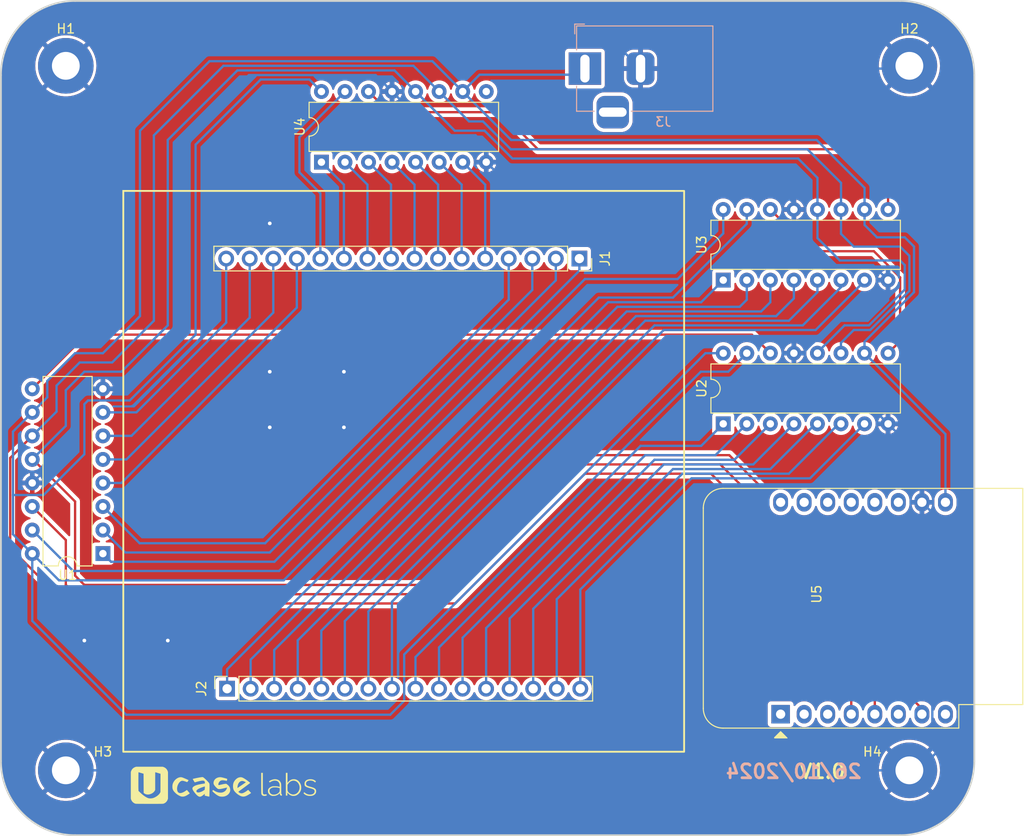
<source format=kicad_pcb>
(kicad_pcb (version 20240108) (generator "pcbnew") (generator_version "8.0")
  (layers (0 "F.Cu" signal) (31 "B.Cu" signal) (34 "B.Paste" user) (35 "F.Paste" user) (36 "B.SilkS" user "B.Silkscreen") (37 "F.SilkS" user "F.Silkscreen") (38 "B.Mask" user) (39 "F.Mask" user) (44 "Edge.Cuts" user))
  (net 0 "")
  (net 1 "Row_Pin 1")
  (net 2 "Row_Pin 2")
  (net 3 "Row_Pin 3")
  (net 4 "Row_Pin 4")
  (net 5 "B_Pin 8")
  (net 6 "B_Pin 7")
  (net 7 "B_Pin 6")
  (net 8 "CRGB_DataOUT_0")
  (net 9 "B_Pin 5")
  (net 10 "B_Pin 4")
  (net 11 "B_Pin 3")
  (net 12 "B_Pin 2")
  (net 13 "B_Pin 1")
  (net 14 "Row_Pin 5")
  (net 15 "Row_Pin 6")
  (net 16 "Row_Pin 7")
  (net 17 "Row_Pin 8")
  (net 18 "G_Pin 1")
  (net 19 "G_Pin 2")
  (net 20 "G_Pin 3")
  (net 21 "G_Pin 4")
  (net 22 "G_Pin 5")
  (net 23 "G_Pin 6")
  (net 24 "G_Pin 7")
  (net 25 "G_Pin 8")
  (net 26 "R_Pin 1")
  (net 27 "R_Pin 2")
  (net 28 "R_Pin 3")
  (net 29 "R_Pin 4")
  (net 31 "R_Pin 5")
  (net 32 "R_Pin 6")
  (net 33 "R_Pin 7")
  (net 34 "R_Pin 8")
  (net 35 "CRGB_ClockPin")
  (net 36 "CRGB_LatchPin")
  (net 37 "CRGB_DataIN")
  (net 38 "CRGB_DataOUT_1")
  (net 39 "CRGB_DataOUT_2")
  (net 40 "GND")
  (net 41 "VCC")
  (footprint "MountingHole:MountingHole_3mm_Pad_TopBottom" (layer "F.Cu") (at 113 22)
    (property "Reference" "H2" (at 0 -4 0) (layer "F.SilkS"))
    (property "Value" "MountingHole_Pad")
    (pad "1" thru_hole circle (at 0 0) (size 3.4 3.4) (drill 3) (layers "*.Cu" "*.Mask") (net 40 "GND"))
    (pad "1" connect circle (at 0 0) (size 6 6) (layers "F.Cu" "F.Mask") (net 40 "GND"))
    (pad "1" connect circle (at 0 0) (size 6 6) (layers "B.Cu" "B.Mask") (net 40 "GND"))
  )
  (footprint "MountingHole:MountingHole_3mm_Pad_TopBottom" (layer "F.Cu") (at 22 22)
    (property "Reference" "H1" (at 0 -4 0) (layer "F.SilkS"))
    (property "Value" "MountingHole_Pad")
    (pad "1" thru_hole circle (at 0 0) (size 3.4 3.4) (drill 3) (layers "*.Cu" "*.Mask") (net 40 "GND"))
    (pad "1" connect circle (at 0 0) (size 6 6) (layers "F.Cu" "F.Mask") (net 40 "GND"))
    (pad "1" connect circle (at 0 0) (size 6 6) (layers "B.Cu" "B.Mask") (net 40 "GND"))
  )
  (footprint "Module:WEMOS_D1_mini_light" (layer "F.Cu") (at 99.11 91.945 90)
    (property "Reference" "U5" (at 12.945 3.89 90) (layer "F.SilkS"))
    (property "Value" "WeMos_D1_mini")
    (pad "1" thru_hole rect (at 0 0 90) (size 2 2) (drill 1) (layers "*.Cu" "*.Mask"))
    (pad "2" thru_hole oval (at 0 2.54 90) (size 2 1.6) (drill 1) (layers "*.Cu" "*.Mask"))
    (pad "3" thru_hole oval (at 0 5.08 90) (size 2 1.6) (drill 1) (layers "*.Cu" "*.Mask"))
    (pad "4" thru_hole oval (at 0 7.62 90) (size 2 1.6) (drill 1) (layers "*.Cu" "*.Mask") (net 35 "CRGB_ClockPin"))
    (pad "5" thru_hole oval (at 0 10.16 90) (size 2 1.6) (drill 1) (layers "*.Cu" "*.Mask") (net 37 "CRGB_DataIN"))
    (pad "6" thru_hole oval (at 0 12.7 90) (size 2 1.6) (drill 1) (layers "*.Cu" "*.Mask"))
    (pad "7" thru_hole oval (at 0 15.24 90) (size 2 1.6) (drill 1) (layers "*.Cu" "*.Mask") (net 36 "CRGB_LatchPin"))
    (pad "8" thru_hole oval (at 0 17.78 90) (size 2 1.6) (drill 1) (layers "*.Cu" "*.Mask"))
    (pad "9" thru_hole oval (at 22.86 17.78 90) (size 2 1.6) (drill 1) (layers "*.Cu" "*.Mask") (net 41 "VCC"))
    (pad "10" thru_hole oval (at 22.86 15.24 90) (size 2 1.6) (drill 1) (layers "*.Cu" "*.Mask") (net 40 "GND"))
    (pad "11" thru_hole oval (at 22.86 12.7 90) (size 2 1.6) (drill 1) (layers "*.Cu" "*.Mask"))
    (pad "12" thru_hole oval (at 22.86 10.16 90) (size 2 1.6) (drill 1) (layers "*.Cu" "*.Mask"))
    (pad "13" thru_hole oval (at 22.86 7.62 90) (size 2 1.6) (drill 1) (layers "*.Cu" "*.Mask"))
    (pad "14" thru_hole oval (at 22.86 5.08 90) (size 2 1.6) (drill 1) (layers "*.Cu" "*.Mask"))
    (pad "15" thru_hole oval (at 22.86 2.54 90) (size 2 1.6) (drill 1) (layers "*.Cu" "*.Mask"))
    (pad "16" thru_hole oval (at 22.86 0 90) (size 2 1.6) (drill 1) (layers "*.Cu" "*.Mask"))
  )
  (footprint "Package_DIP:DIP-16_W7.62mm" (layer "F.Cu") (at 26 74.62 180)
    (property "Reference" "U1" (at 3.81 -2.33 0) (layer "F.SilkS"))
    (property "Value" "Cathode")
    (pad "1" thru_hole rect (at 0 0 180) (size 1.6 1.6) (drill 0.8) (layers "*.Cu" "*.Mask") (net 2 "Row_Pin 2"))
    (pad "2" thru_hole oval (at 0 2.54 180) (size 1.6 1.6) (drill 0.8) (layers "*.Cu" "*.Mask") (net 3 "Row_Pin 3"))
    (pad "3" thru_hole oval (at 0 5.08 180) (size 1.6 1.6) (drill 0.8) (layers "*.Cu" "*.Mask") (net 4 "Row_Pin 4"))
    (pad "4" thru_hole oval (at 0 7.62 180) (size 1.6 1.6) (drill 0.8) (layers "*.Cu" "*.Mask") (net 14 "Row_Pin 5"))
    (pad "5" thru_hole oval (at 0 10.16 180) (size 1.6 1.6) (drill 0.8) (layers "*.Cu" "*.Mask") (net 15 "Row_Pin 6"))
    (pad "6" thru_hole oval (at 0 12.7 180) (size 1.6 1.6) (drill 0.8) (layers "*.Cu" "*.Mask") (net 16 "Row_Pin 7"))
    (pad "7" thru_hole oval (at 0 15.24 180) (size 1.6 1.6) (drill 0.8) (layers "*.Cu" "*.Mask") (net 17 "Row_Pin 8"))
    (pad "8" thru_hole oval (at 0 17.78 180) (size 1.6 1.6) (drill 0.8) (layers "*.Cu" "*.Mask") (net 40 "GND"))
    (pad "9" thru_hole oval (at 7.62 17.78 180) (size 1.6 1.6) (drill 0.8) (layers "*.Cu" "*.Mask") (net 8 "CRGB_DataOUT_0"))
    (pad "10" thru_hole oval (at 7.62 15.24 180) (size 1.6 1.6) (drill 0.8) (layers "*.Cu" "*.Mask") (net 41 "VCC"))
    (pad "11" thru_hole oval (at 7.62 12.7 180) (size 1.6 1.6) (drill 0.8) (layers "*.Cu" "*.Mask") (net 35 "CRGB_ClockPin"))
    (pad "12" thru_hole oval (at 7.62 10.16 180) (size 1.6 1.6) (drill 0.8) (layers "*.Cu" "*.Mask") (net 36 "CRGB_LatchPin"))
    (pad "13" thru_hole oval (at 7.62 7.62 180) (size 1.6 1.6) (drill 0.8) (layers "*.Cu" "*.Mask") (net 40 "GND"))
    (pad "14" thru_hole oval (at 7.62 5.08 180) (size 1.6 1.6) (drill 0.8) (layers "*.Cu" "*.Mask") (net 37 "CRGB_DataIN"))
    (pad "15" thru_hole oval (at 7.62 2.54 180) (size 1.6 1.6) (drill 0.8) (layers "*.Cu" "*.Mask") (net 1 "Row_Pin 1"))
    (pad "16" thru_hole oval (at 7.62 0 180) (size 1.6 1.6) (drill 0.8) (layers "*.Cu" "*.Mask") (net 41 "VCC"))
  )
  (footprint "MountingHole:MountingHole_3mm_Pad_TopBottom" (layer "F.Cu") (at 22 98)
    (property "Reference" "H3" (at 4 -2 0) (layer "F.SilkS"))
    (property "Value" "MountingHole_Pad")
    (pad "1" thru_hole circle (at 0 0) (size 3.4 3.4) (drill 3) (layers "*.Cu" "*.Mask") (net 40 "GND"))
    (pad "1" connect circle (at 0 0) (size 6 6) (layers "F.Cu" "F.Mask") (net 40 "GND"))
    (pad "1" connect circle (at 0 0) (size 6 6) (layers "B.Cu" "B.Mask") (net 40 "GND"))
  )
  (footprint "Package_DIP:DIP-16_W7.62mm" (layer "F.Cu") (at 49.575 32.395 90)
    (property "Reference" "U4" (at 3.81 -2.33 90) (layer "F.SilkS"))
    (property "Value" "Blue")
    (pad "1" thru_hole rect (at 0 0 90) (size 1.6 1.6) (drill 0.8) (layers "*.Cu" "*.Mask") (net 12 "B_Pin 2"))
    (pad "2" thru_hole oval (at 0 2.54 90) (size 1.6 1.6) (drill 0.8) (layers "*.Cu" "*.Mask") (net 11 "B_Pin 3"))
    (pad "3" thru_hole oval (at 0 5.08 90) (size 1.6 1.6) (drill 0.8) (layers "*.Cu" "*.Mask") (net 10 "B_Pin 4"))
    (pad "4" thru_hole oval (at 0 7.62 90) (size 1.6 1.6) (drill 0.8) (layers "*.Cu" "*.Mask") (net 9 "B_Pin 5"))
    (pad "5" thru_hole oval (at 0 10.16 90) (size 1.6 1.6) (drill 0.8) (layers "*.Cu" "*.Mask") (net 7 "B_Pin 6"))
    (pad "6" thru_hole oval (at 0 12.7 90) (size 1.6 1.6) (drill 0.8) (layers "*.Cu" "*.Mask") (net 6 "B_Pin 7"))
    (pad "7" thru_hole oval (at 0 15.24 90) (size 1.6 1.6) (drill 0.8) (layers "*.Cu" "*.Mask") (net 5 "B_Pin 8"))
    (pad "8" thru_hole oval (at 0 17.78 90) (size 1.6 1.6) (drill 0.8) (layers "*.Cu" "*.Mask") (net 40 "GND"))
    (pad "9" thru_hole oval (at 7.62 17.78 90) (size 1.6 1.6) (drill 0.8) (layers "*.Cu" "*.Mask"))
    (pad "10" thru_hole oval (at 7.62 15.24 90) (size 1.6 1.6) (drill 0.8) (layers "*.Cu" "*.Mask") (net 41 "VCC"))
    (pad "11" thru_hole oval (at 7.62 12.7 90) (size 1.6 1.6) (drill 0.8) (layers "*.Cu" "*.Mask") (net 35 "CRGB_ClockPin"))
    (pad "12" thru_hole oval (at 7.62 10.16 90) (size 1.6 1.6) (drill 0.8) (layers "*.Cu" "*.Mask") (net 36 "CRGB_LatchPin"))
    (pad "13" thru_hole oval (at 7.62 7.62 90) (size 1.6 1.6) (drill 0.8) (layers "*.Cu" "*.Mask") (net 40 "GND"))
    (pad "14" thru_hole oval (at 7.62 5.08 90) (size 1.6 1.6) (drill 0.8) (layers "*.Cu" "*.Mask") (net 39 "CRGB_DataOUT_2"))
    (pad "15" thru_hole oval (at 7.62 2.54 90) (size 1.6 1.6) (drill 0.8) (layers "*.Cu" "*.Mask") (net 13 "B_Pin 1"))
    (pad "16" thru_hole oval (at 7.62 0 90) (size 1.6 1.6) (drill 0.8) (layers "*.Cu" "*.Mask") (net 41 "VCC"))
  )
  (footprint "Package_DIP:DIP-16_W7.62mm" (layer "F.Cu") (at 92.92 60.62 90)
    (property "Reference" "U2" (at 3.81 -2.33 90) (layer "F.SilkS"))
    (property "Value" "Red")
    (pad "1" thru_hole rect (at 0 0 90) (size 1.6 1.6) (drill 0.8) (layers "*.Cu" "*.Mask") (net 27 "R_Pin 2"))
    (pad "2" thru_hole oval (at 0 2.54 90) (size 1.6 1.6) (drill 0.8) (layers "*.Cu" "*.Mask") (net 28 "R_Pin 3"))
    (pad "3" thru_hole oval (at 0 5.08 90) (size 1.6 1.6) (drill 0.8) (layers "*.Cu" "*.Mask") (net 29 "R_Pin 4"))
    (pad "4" thru_hole oval (at 0 7.62 90) (size 1.6 1.6) (drill 0.8) (layers "*.Cu" "*.Mask") (net 31 "R_Pin 5"))
    (pad "5" thru_hole oval (at 0 10.16 90) (size 1.6 1.6) (drill 0.8) (layers "*.Cu" "*.Mask") (net 32 "R_Pin 6"))
    (pad "6" thru_hole oval (at 0 12.7 90) (size 1.6 1.6) (drill 0.8) (layers "*.Cu" "*.Mask") (net 33 "R_Pin 7"))
    (pad "7" thru_hole oval (at 0 15.24 90) (size 1.6 1.6) (drill 0.8) (layers "*.Cu" "*.Mask") (net 34 "R_Pin 8"))
    (pad "8" thru_hole oval (at 0 17.78 90) (size 1.6 1.6) (drill 0.8) (layers "*.Cu" "*.Mask") (net 40 "GND"))
    (pad "9" thru_hole oval (at 7.62 17.78 90) (size 1.6 1.6) (drill 0.8) (layers "*.Cu" "*.Mask") (net 38 "CRGB_DataOUT_1"))
    (pad "10" thru_hole oval (at 7.62 15.24 90) (size 1.6 1.6) (drill 0.8) (layers "*.Cu" "*.Mask") (net 41 "VCC"))
    (pad "11" thru_hole oval (at 7.62 12.7 90) (size 1.6 1.6) (drill 0.8) (layers "*.Cu" "*.Mask") (net 35 "CRGB_ClockPin"))
    (pad "12" thru_hole oval (at 7.62 10.16 90) (size 1.6 1.6) (drill 0.8) (layers "*.Cu" "*.Mask") (net 36 "CRGB_LatchPin"))
    (pad "13" thru_hole oval (at 7.62 7.62 90) (size 1.6 1.6) (drill 0.8) (layers "*.Cu" "*.Mask") (net 40 "GND"))
    (pad "14" thru_hole oval (at 7.62 5.08 90) (size 1.6 1.6) (drill 0.8) (layers "*.Cu" "*.Mask") (net 8 "CRGB_DataOUT_0"))
    (pad "15" thru_hole oval (at 7.62 2.54 90) (size 1.6 1.6) (drill 0.8) (layers "*.Cu" "*.Mask") (net 26 "R_Pin 1"))
    (pad "16" thru_hole oval (at 7.62 0 90) (size 1.6 1.6) (drill 0.8) (layers "*.Cu" "*.Mask") (net 41 "VCC"))
  )
  (footprint "Connector_PinSocket_2.54mm:PinSocket_1x16_P2.54mm_Vertical" (layer "F.Cu") (at 39.4 89.195 90)
    (property "Reference" "J2" (at 0 -2.77 90) (layer "F.SilkS"))
    (property "Value" "Bottom 16")
    (pad "1" thru_hole rect (at 0 0 90) (size 1.7 1.7) (drill 1) (layers "*.Cu" "*.Mask") (net 18 "G_Pin 1"))
    (pad "2" thru_hole oval (at 0 2.54 90) (size 1.7 1.7) (drill 1) (layers "*.Cu" "*.Mask") (net 19 "G_Pin 2"))
    (pad "3" thru_hole oval (at 0 5.08 90) (size 1.7 1.7) (drill 1) (layers "*.Cu" "*.Mask") (net 20 "G_Pin 3"))
    (pad "4" thru_hole oval (at 0 7.62 90) (size 1.7 1.7) (drill 1) (layers "*.Cu" "*.Mask") (net 21 "G_Pin 4"))
    (pad "5" thru_hole oval (at 0 10.16 90) (size 1.7 1.7) (drill 1) (layers "*.Cu" "*.Mask") (net 22 "G_Pin 5"))
    (pad "6" thru_hole oval (at 0 12.7 90) (size 1.7 1.7) (drill 1) (layers "*.Cu" "*.Mask") (net 23 "G_Pin 6"))
    (pad "7" thru_hole oval (at 0 15.24 90) (size 1.7 1.7) (drill 1) (layers "*.Cu" "*.Mask") (net 24 "G_Pin 7"))
    (pad "8" thru_hole oval (at 0 17.78 90) (size 1.7 1.7) (drill 1) (layers "*.Cu" "*.Mask") (net 25 "G_Pin 8"))
    (pad "9" thru_hole oval (at 0 20.32 90) (size 1.7 1.7) (drill 1) (layers "*.Cu" "*.Mask") (net 26 "R_Pin 1"))
    (pad "10" thru_hole oval (at 0 22.86 90) (size 1.7 1.7) (drill 1) (layers "*.Cu" "*.Mask") (net 27 "R_Pin 2"))
    (pad "11" thru_hole oval (at 0 25.4 90) (size 1.7 1.7) (drill 1) (layers "*.Cu" "*.Mask") (net 28 "R_Pin 3"))
    (pad "12" thru_hole oval (at 0 27.94 90) (size 1.7 1.7) (drill 1) (layers "*.Cu" "*.Mask") (net 29 "R_Pin 4"))
    (pad "13" thru_hole oval (at 0 30.48 90) (size 1.7 1.7) (drill 1) (layers "*.Cu" "*.Mask") (net 31 "R_Pin 5"))
    (pad "14" thru_hole oval (at 0 33.02 90) (size 1.7 1.7) (drill 1) (layers "*.Cu" "*.Mask") (net 32 "R_Pin 6"))
    (pad "15" thru_hole oval (at 0 35.56 90) (size 1.7 1.7) (drill 1) (layers "*.Cu" "*.Mask") (net 33 "R_Pin 7"))
    (pad "16" thru_hole oval (at 0 38.1 90) (size 1.7 1.7) (drill 1) (layers "*.Cu" "*.Mask") (net 34 "R_Pin 8"))
  )
  (footprint "MountingHole:MountingHole_3mm_Pad_TopBottom" (layer "F.Cu") (at 113 98)
    (property "Reference" "H4" (at -4 -2 0) (layer "F.SilkS"))
    (property "Value" "MountingHole_Pad")
    (pad "1" thru_hole circle (at 0 0) (size 3.4 3.4) (drill 3) (layers "*.Cu" "*.Mask") (net 40 "GND"))
    (pad "1" connect circle (at 0 0) (size 6 6) (layers "F.Cu" "F.Mask") (net 40 "GND"))
    (pad "1" connect circle (at 0 0) (size 6 6) (layers "B.Cu" "B.Mask") (net 40 "GND"))
  )
  (footprint "Assets:logo" (layer "F.Cu") (at 39 100)
    (property "Reference" "G***" (hide yes))
    (property "Value" "LOGO" (hide yes))
  )
  (footprint "Package_DIP:DIP-16_W7.62mm" (layer "F.Cu") (at 92.92 45.12 90)
    (property "Reference" "U3" (at 3.81 -2.33 90) (layer "F.SilkS"))
    (property "Value" "Green")
    (pad "1" thru_hole rect (at 0 0 90) (size 1.6 1.6) (drill 0.8) (layers "*.Cu" "*.Mask") (net 19 "G_Pin 2"))
    (pad "2" thru_hole oval (at 0 2.54 90) (size 1.6 1.6) (drill 0.8) (layers "*.Cu" "*.Mask") (net 20 "G_Pin 3"))
    (pad "3" thru_hole oval (at 0 5.08 90) (size 1.6 1.6) (drill 0.8) (layers "*.Cu" "*.Mask") (net 21 "G_Pin 4"))
    (pad "4" thru_hole oval (at 0 7.62 90) (size 1.6 1.6) (drill 0.8) (layers "*.Cu" "*.Mask") (net 22 "G_Pin 5"))
    (pad "5" thru_hole oval (at 0 10.16 90) (size 1.6 1.6) (drill 0.8) (layers "*.Cu" "*.Mask") (net 23 "G_Pin 6"))
    (pad "6" thru_hole oval (at 0 12.7 90) (size 1.6 1.6) (drill 0.8) (layers "*.Cu" "*.Mask") (net 24 "G_Pin 7"))
    (pad "7" thru_hole oval (at 0 15.24 90) (size 1.6 1.6) (drill 0.8) (layers "*.Cu" "*.Mask") (net 25 "G_Pin 8"))
    (pad "8" thru_hole oval (at 0 17.78 90) (size 1.6 1.6) (drill 0.8) (layers "*.Cu" "*.Mask") (net 40 "GND"))
    (pad "9" thru_hole oval (at 7.62 17.78 90) (size 1.6 1.6) (drill 0.8) (layers "*.Cu" "*.Mask") (net 39 "CRGB_DataOUT_2"))
    (pad "10" thru_hole oval (at 7.62 15.24 90) (size 1.6 1.6) (drill 0.8) (layers "*.Cu" "*.Mask") (net 41 "VCC"))
    (pad "11" thru_hole oval (at 7.62 12.7 90) (size 1.6 1.6) (drill 0.8) (layers "*.Cu" "*.Mask") (net 35 "CRGB_ClockPin"))
    (pad "12" thru_hole oval (at 7.62 10.16 90) (size 1.6 1.6) (drill 0.8) (layers "*.Cu" "*.Mask") (net 36 "CRGB_LatchPin"))
    (pad "13" thru_hole oval (at 7.62 7.62 90) (size 1.6 1.6) (drill 0.8) (layers "*.Cu" "*.Mask") (net 40 "GND"))
    (pad "14" thru_hole oval (at 7.62 5.08 90) (size 1.6 1.6) (drill 0.8) (layers "*.Cu" "*.Mask") (net 38 "CRGB_DataOUT_1"))
    (pad "15" thru_hole oval (at 7.62 2.54 90) (size 1.6 1.6) (drill 0.8) (layers "*.Cu" "*.Mask") (net 18 "G_Pin 1"))
    (pad "16" thru_hole oval (at 7.62 0 90) (size 1.6 1.6) (drill 0.8) (layers "*.Cu" "*.Mask") (net 41 "VCC"))
  )
  (footprint "Connector_PinSocket_2.54mm:PinSocket_1x16_P2.54mm_Vertical" (layer "F.Cu") (at 77.4 42.795 -90)
    (property "Reference" "J1" (at 0 -2.77 90) (layer "F.SilkS"))
    (property "Value" "Top 16" (hide yes))
    (pad "1" thru_hole rect (at 0 0 270) (size 1.7 1.7) (drill 1) (layers "*.Cu" "*.Mask") (net 1 "Row_Pin 1"))
    (pad "2" thru_hole oval (at 0 2.54 270) (size 1.7 1.7) (drill 1) (layers "*.Cu" "*.Mask") (net 2 "Row_Pin 2"))
    (pad "3" thru_hole oval (at 0 5.08 270) (size 1.7 1.7) (drill 1) (layers "*.Cu" "*.Mask") (net 3 "Row_Pin 3"))
    (pad "4" thru_hole oval (at 0 7.62 270) (size 1.7 1.7) (drill 1) (layers "*.Cu" "*.Mask") (net 4 "Row_Pin 4"))
    (pad "5" thru_hole oval (at 0 10.16 270) (size 1.7 1.7) (drill 1) (layers "*.Cu" "*.Mask") (net 5 "B_Pin 8"))
    (pad "6" thru_hole oval (at 0 12.7 270) (size 1.7 1.7) (drill 1) (layers "*.Cu" "*.Mask") (net 6 "B_Pin 7"))
    (pad "7" thru_hole oval (at 0 15.24 270) (size 1.7 1.7) (drill 1) (layers "*.Cu" "*.Mask") (net 7 "B_Pin 6"))
    (pad "8" thru_hole oval (at 0 17.78 270) (size 1.7 1.7) (drill 1) (layers "*.Cu" "*.Mask") (net 9 "B_Pin 5"))
    (pad "9" thru_hole oval (at 0 20.32 270) (size 1.7 1.7) (drill 1) (layers "*.Cu" "*.Mask") (net 10 "B_Pin 4"))
    (pad "10" thru_hole oval (at 0 22.86 270) (size 1.7 1.7) (drill 1) (layers "*.Cu" "*.Mask") (net 11 "B_Pin 3"))
    (pad "11" thru_hole oval (at 0 25.4 270) (size 1.7 1.7) (drill 1) (layers "*.Cu" "*.Mask") (net 12 "B_Pin 2"))
    (pad "12" thru_hole oval (at 0 27.94 270) (size 1.7 1.7) (drill 1) (layers "*.Cu" "*.Mask") (net 13 "B_Pin 1"))
    (pad "13" thru_hole oval (at 0 30.48 270) (size 1.7 1.7) (drill 1) (layers "*.Cu" "*.Mask") (net 14 "Row_Pin 5"))
    (pad "14" thru_hole oval (at 0 33.02 270) (size 1.7 1.7) (drill 1) (layers "*.Cu" "*.Mask") (net 15 "Row_Pin 6"))
    (pad "15" thru_hole oval (at 0 35.56 270) (size 1.7 1.7) (drill 1) (layers "*.Cu" "*.Mask") (net 16 "Row_Pin 7"))
    (pad "16" thru_hole oval (at 0 38.1 270) (size 1.7 1.7) (drill 1) (layers "*.Cu" "*.Mask") (net 17 "Row_Pin 8"))
  )
  (footprint "Connector_BarrelJack:BarrelJack_Horizontal" (layer "B.Cu") (at 78 22.3 180)
    (property "Reference" "J3" (at -8.45 -5.75 180) (layer "B.SilkS") (effects (justify mirror)))
    (property "Value" "Jack-DC")
    (pad "1" thru_hole rect (at 0 0 180) (size 3.5 3.5) (drill oval 1 3) (layers "*.Cu" "*.Mask") (net 41 "VCC"))
    (pad "2" thru_hole roundrect (at -6 0 180) (size 3 3.5) (drill oval 1 3) (layers "*.Cu" "*.Mask") (net 40 "GND"))
    (pad "3" thru_hole roundrect (at -3 -4.7 180) (size 3.5 3.5) (drill oval 3 1) (layers "*.Cu" "*.Mask"))
  )
  (gr_rect (start 28.2 35.495) (end 88.7 95.995) (stroke (width 0.2)) (fill none) (layer "F.SilkS"))
  (gr_line (start 15 97) (end 15 23) (stroke (width 0.2)) (layer "Edge.Cuts"))
  (gr_line (start 112 105) (end 23 105) (stroke (width 0.2)) (layer "Edge.Cuts"))
  (gr_arc (start 15 23) (mid 17.343146 17.343146) (end 23 15) (stroke (width 0.2)) (layer "Edge.Cuts"))
  (gr_line (start 120 23) (end 120 97) (stroke (width 0.2)) (layer "Edge.Cuts"))
  (gr_arc (start 120 97) (mid 117.656854 102.656854) (end 112 105) (stroke (width 0.2)) (layer "Edge.Cuts"))
  (gr_arc (start 112 15) (mid 117.656854 17.343146) (end 120 23) (stroke (width 0.2)) (layer "Edge.Cuts"))
  (gr_arc (start 23 105) (mid 17.343146 102.656854) (end 15 97) (stroke (width 0.2)) (layer "Edge.Cuts"))
  (gr_line (start 23 15) (end 112 15) (stroke (width 0.2)) (layer "Edge.Cuts"))
  (gr_text "26/10/2024" (at 108 99 0) (layer "B.SilkS") (effects (font (size 1.5 1.5) (thickness 0.3) (bold yes)) (justify left bottom mirror)))
  (gr_text "V1.0" (at 101 99 0) (layer "F.SilkS") (effects (font (size 1.5 1.5) (thickness 0.3) (bold yes)) (justify left bottom)))
  (segment (start 22.795 76.495) (end 18.38 72.08) (width 0.25) (layer "B.Cu") (net 1))
  (segment (start 77.4 44.1) (end 45.005 76.495) (width 0.25) (layer "B.Cu") (net 1))
  (segment (start 45.005 76.495) (end 22.795 76.495) (width 0.25) (layer "B.Cu") (net 1))
  (segment (start 77.4 42.795) (end 77.4 44.1) (width 0.25) (layer "B.Cu") (net 1))
  (segment (start 26.88 75.5) (end 44.5 75.5) (width 0.25) (layer "B.Cu") (net 2))
  (segment (start 26 74.62) (end 26.88 75.5) (width 0.25) (layer "B.Cu") (net 2))
  (segment (start 44.5 75.5) (end 74.86 45.14) (width 0.25) (layer "B.Cu") (net 2))
  (segment (start 74.86 45.14) (end 74.86 42.795) (width 0.25) (layer "B.Cu") (net 2))
  (segment (start 72.32 46.18) (end 44 74.5) (width 0.25) (layer "B.Cu") (net 3))
  (segment (start 44 74.5) (end 28.42 74.5) (width 0.25) (layer "B.Cu") (net 3))
  (segment (start 28.42 74.5) (end 26 72.08) (width 0.25) (layer "B.Cu") (net 3))
  (segment (start 72.32 42.795) (end 72.32 46.18) (width 0.25) (layer "B.Cu") (net 3))
  (segment (start 26 69.54) (end 29.96 73.5) (width 0.25) (layer "B.Cu") (net 4))
  (segment (start 69.78 47.22) (end 69.78 42.795) (width 0.25) (layer "B.Cu") (net 4))
  (segment (start 43.5 73.5) (end 69.78 47.22) (width 0.25) (layer "B.Cu") (net 4))
  (segment (start 29.96 73.5) (end 43.5 73.5) (width 0.25) (layer "B.Cu") (net 4))
  (segment (start 67.24 34.82) (end 64.815 32.395) (width 0.25) (layer "B.Cu") (net 5))
  (segment (start 67.24 42.795) (end 67.24 34.82) (width 0.25) (layer "B.Cu") (net 5))
  (segment (start 64.7 42.795) (end 64.7 34.82) (width 0.25) (layer "B.Cu") (net 6))
  (segment (start 64.7 34.82) (end 62.275 32.395) (width 0.25) (layer "B.Cu") (net 6))
  (segment (start 62.16 42.795) (end 62.16 34.82) (width 0.25) (layer "B.Cu") (net 7))
  (segment (start 62.16 34.82) (end 59.735 32.395) (width 0.25) (layer "B.Cu") (net 7))
  (segment (start 24.22 51) (end 96 51) (width 0.25) (layer "F.Cu") (net 8))
  (segment (start 96 51) (end 98 53) (width 0.25) (layer "F.Cu") (net 8))
  (segment (start 18.38 56.84) (end 24.22 51) (width 0.25) (layer "F.Cu") (net 8))
  (segment (start 59.62 34.82) (end 57.195 32.395) (width 0.25) (layer "B.Cu") (net 9))
  (segment (start 59.62 42.795) (end 59.62 34.82) (width 0.25) (layer "B.Cu") (net 9))
  (segment (start 57.08 42.795) (end 57.08 34.82) (width 0.25) (layer "B.Cu") (net 10))
  (segment (start 57.08 34.82) (end 54.655 32.395) (width 0.25) (layer "B.Cu") (net 10))
  (segment (start 54.54 42.795) (end 54.54 34.82) (width 0.25) (layer "B.Cu") (net 11))
  (segment (start 54.54 34.82) (end 52.115 32.395) (width 0.25) (layer "B.Cu") (net 11))
  (segment (start 52 42.795) (end 52 34.82) (width 0.25) (layer "B.Cu") (net 12))
  (segment (start 52 34.82) (end 49.575 32.395) (width 0.25) (layer "B.Cu") (net 12))
  (segment (start 49.46 35.755) (end 47.2 33.495) (width 0.25) (layer "B.Cu") (net 13))
  (segment (start 49.46 42.795) (end 49.46 35.755) (width 0.25) (layer "B.Cu") (net 13))
  (segment (start 47.2 33.495) (end 47.2 29.69) (width 0.25) (layer "B.Cu") (net 13))
  (segment (start 47.2 29.69) (end 52.115 24.775) (width 0.25) (layer "B.Cu") (net 13))
  (segment (start 46.92 48.08) (end 46.92 42.795) (width 0.25) (layer "B.Cu") (net 14))
  (segment (start 26 67) (end 28 67) (width 0.25) (layer "B.Cu") (net 14))
  (segment (start 28 67) (end 46.92 48.08) (width 0.25) (layer "B.Cu") (net 14))
  (segment (start 44.38 48.62) (end 44.38 42.795) (width 0.25) (layer "B.Cu") (net 15))
  (segment (start 26 64.46) (end 28.54 64.46) (width 0.25) (layer "B.Cu") (net 15))
  (segment (start 28.54 64.46) (end 44.38 48.62) (width 0.25) (layer "B.Cu") (net 15))
  (segment (start 26 61.92) (end 29.08 61.92) (width 0.25) (layer "B.Cu") (net 16))
  (segment (start 29.08 61.92) (end 41.84 49.16) (width 0.25) (layer "B.Cu") (net 16))
  (segment (start 41.84 49.16) (end 41.84 42.795) (width 0.25) (layer "B.Cu") (net 16))
  (segment (start 26 59.38) (end 29.62 59.38) (width 0.25) (layer "B.Cu") (net 17))
  (segment (start 29.62 59.38) (end 39.3 49.7) (width 0.25) (layer "B.Cu") (net 17))
  (segment (start 39.3 49.7) (end 39.3 42.795) (width 0.25) (layer "B.Cu") (net 17))
  (segment (start 95.46 39.04) (end 95.46 37.5) (width 0.25) (layer "B.Cu") (net 18))
  (segment (start 87.5 47) (end 95.46 39.04) (width 0.25) (layer "B.Cu") (net 18))
  (segment (start 39.4 89.195) (end 39.4 87.1) (width 0.25) (layer "B.Cu") (net 18))
  (segment (start 79.5 47) (end 87.5 47) (width 0.25) (layer "B.Cu") (net 18))
  (segment (start 39.4 87.1) (end 79.5 47) (width 0.25) (layer "B.Cu") (net 18))
  (segment (start 90.54 47.5) (end 80.5 47.5) (width 0.25) (layer "B.Cu") (net 19))
  (segment (start 92.92 45.12) (end 90.54 47.5) (width 0.25) (layer "B.Cu") (net 19))
  (segment (start 80.5 47.5) (end 41.94 86.06) (width 0.25) (layer "B.Cu") (net 19))
  (segment (start 41.94 86.06) (end 41.94 89.195) (width 0.25) (layer "B.Cu") (net 19))
  (segment (start 44.48 85.02) (end 81.5 48) (width 0.25) (layer "B.Cu") (net 20))
  (segment (start 95.46 47.235) (end 95.46 45.12) (width 0.25) (layer "B.Cu") (net 20))
  (segment (start 44.48 89.195) (end 44.48 85.02) (width 0.25) (layer "B.Cu") (net 20))
  (segment (start 94.695 48) (end 95.46 47.235) (width 0.25) (layer "B.Cu") (net 20))
  (segment (start 81.5 48) (end 94.695 48) (width 0.25) (layer "B.Cu") (net 20))
  (segment (start 98 47.5) (end 98 45.12) (width 0.25) (layer "B.Cu") (net 21))
  (segment (start 47.02 89.195) (end 47.02 83.98) (width 0.25) (layer "B.Cu") (net 21))
  (segment (start 47.02 83.98) (end 82.5 48.5) (width 0.25) (layer "B.Cu") (net 21))
  (segment (start 97 48.5) (end 98 47.5) (width 0.25) (layer "B.Cu") (net 21))
  (segment (start 82.5 48.5) (end 97 48.5) (width 0.25) (layer "B.Cu") (net 21))
  (segment (start 49.56 82.94) (end 49.56 89.195) (width 0.25) (layer "B.Cu") (net 22))
  (segment (start 100.54 45.12) (end 100.54 47.085) (width 0.25) (layer "B.Cu") (net 22))
  (segment (start 100.54 47.085) (end 98.625 49) (width 0.25) (layer "B.Cu") (net 22))
  (segment (start 98.625 49) (end 83.5 49) (width 0.25) (layer "B.Cu") (net 22))
  (segment (start 83.5 49) (end 49.56 82.94) (width 0.25) (layer "B.Cu") (net 22))
  (segment (start 100 49.5) (end 103.08 46.42) (width 0.25) (layer "B.Cu") (net 23))
  (segment (start 52.1 81.9) (end 84.5 49.5) (width 0.25) (layer "B.Cu") (net 23))
  (segment (start 103.08 46.42) (end 103.08 45.12) (width 0.25) (layer "B.Cu") (net 23))
  (segment (start 52.1 89.195) (end 52.1 81.9) (width 0.25) (layer "B.Cu") (net 23))
  (segment (start 84.5 49.5) (end 100 49.5) (width 0.25) (layer "B.Cu") (net 23))
  (segment (start 101.5 50) (end 105.62 45.88) (width 0.25) (layer "B.Cu") (net 24))
  (segment (start 54.64 89.195) (end 54.64 80.86) (width 0.25) (layer "B.Cu") (net 24))
  (segment (start 54.64 80.86) (end 85.5 50) (width 0.25) (layer "B.Cu") (net 24))
  (segment (start 105.62 45.88) (end 105.62 45.12) (width 0.25) (layer "B.Cu") (net 24))
  (segment (start 85.5 50) (end 101.5 50) (width 0.25) (layer "B.Cu") (net 24))
  (segment (start 102.883604 50.5) (end 108.16 45.223604) (width 0.25) (layer "B.Cu") (net 25))
  (segment (start 86.5 50.5) (end 102.883604 50.5) (width 0.25) (layer "B.Cu") (net 25))
  (segment (start 57.18 89.195) (end 57.18 79.82) (width 0.25) (layer "B.Cu") (net 25))
  (segment (start 57.18 79.82) (end 86.5 50.5) (width 0.25) (layer "B.Cu") (net 25))
  (segment (start 108.16 45.223604) (end 108.16 45.12) (width 0.25) (layer "B.Cu") (net 25))
  (segment (start 93.46 55) (end 90.5 55) (width 0.25) (layer "B.Cu") (net 26))
  (segment (start 95.46 53) (end 93.46 55) (width 0.25) (layer "B.Cu") (net 26))
  (segment (start 90.5 55) (end 59.72 85.78) (width 0.25) (layer "B.Cu") (net 26))
  (segment (start 59.72 85.78) (end 59.72 89.195) (width 0.25) (layer "B.Cu") (net 26))
  (segment (start 62.26 89.195) (end 62.26 84.74) (width 0.25) (layer "B.Cu") (net 27))
  (segment (start 84 63) (end 90.54 63) (width 0.25) (layer "B.Cu") (net 27))
  (segment (start 90.54 63) (end 92.92 60.62) (width 0.25) (layer "B.Cu") (net 27))
  (segment (start 62.26 84.74) (end 84 63) (width 0.25) (layer "B.Cu") (net 27))
  (segment (start 64.8 89.195) (end 64.8 83.7) (width 0.25) (layer "B.Cu") (net 28))
  (segment (start 92.08 64) (end 95.46 60.62) (width 0.25) (layer "B.Cu") (net 28))
  (segment (start 84.5 64) (end 92.08 64) (width 0.25) (layer "B.Cu") (net 28))
  (segment (start 64.8 83.7) (end 84.5 64) (width 0.25) (layer "B.Cu") (net 28))
  (segment (start 67.34 89.195) (end 67.34 82.66) (width 0.25) (layer "B.Cu") (net 29))
  (segment (start 67.34 82.66) (end 85.5 64.5) (width 0.25) (layer "B.Cu") (net 29))
  (segment (start 94.12 64.5) (end 98 60.62) (width 0.25) (layer "B.Cu") (net 29))
  (segment (start 85.5 64.5) (end 94.12 64.5) (width 0.25) (layer "B.Cu") (net 29))
  (segment (start 86.5 65) (end 96.16 65) (width 0.25) (layer "B.Cu") (net 31))
  (segment (start 96.16 65) (end 100.54 60.62) (width 0.25) (layer "B.Cu") (net 31))
  (segment (start 69.88 81.62) (end 86.5 65) (width 0.25) (layer "B.Cu") (net 31))
  (segment (start 69.88 89.195) (end 69.88 81.62) (width 0.25) (layer "B.Cu") (net 31))
  (segment (start 72.42 80.58) (end 87.5 65.5) (width 0.25) (layer "B.Cu") (net 32))
  (segment (start 102.88 60.62) (end 103.08 60.62) (width 0.25) (layer "B.Cu") (net 32))
  (segment (start 87.5 65.5) (end 98 65.5) (width 0.25) (layer "B.Cu") (net 32))
  (segment (start 98 65.5) (end 102.88 60.62) (width 0.25) (layer "B.Cu") (net 32))
  (segment (start 72.42 89.195) (end 72.42 80.58) (width 0.25) (layer "B.Cu") (net 32))
  (segment (start 74.96 89.195) (end 74.96 79.54) (width 0.25) (layer "B.Cu") (net 33))
  (segment (start 88.5 66) (end 100 66) (width 0.25) (layer "B.Cu") (net 33))
  (segment (start 105.38 60.62) (end 105.62 60.62) (width 0.25) (layer "B.Cu") (net 33))
  (segment (start 74.96 79.54) (end 88.5 66) (width 0.25) (layer "B.Cu") (net 33))
  (segment (start 100 66) (end 105.38 60.62) (width 0.25) (layer "B.Cu") (net 33))
  (segment (start 102.28 66.5) (end 89.5 66.5) (width 0.25) (layer "B.Cu") (net 34))
  (segment (start 77.5 78.5) (end 77.5 89.195) (width 0.25) (layer "B.Cu") (net 34))
  (segment (start 108.16 60.62) (end 102.28 66.5) (width 0.25) (layer "B.Cu") (net 34))
  (segment (start 89.5 66.5) (end 77.5 78.5) (width 0.25) (layer "B.Cu") (net 34))
  (segment (start 16 74) (end 16 64.3) (width 0.25) (layer "F.Cu") (net 35))
  (segment (start 16 64.3) (end 18.38 61.92) (width 0.25) (layer "F.Cu") (net 35))
  (segment (start 78 66) (end 64 80) (width 0.25) (layer "F.Cu") (net 35))
  (segment (start 64 80) (end 22 80) (width 0.25) (layer "F.Cu") (net 35))
  (segment (start 95 76) (end 95 69.40401) (width 0.25) (layer "F.Cu") (net 35))
  (segment (start 106.73 87.73) (end 95 76) (width 0.25) (layer "F.Cu") (net 35))
  (segment (start 91.59599 66) (end 78 66) (width 0.25) (layer "F.Cu") (net 35))
  (segment (start 22 80) (end 16 74) (width 0.25) (layer "F.Cu") (net 35))
  (segment (start 106.73 91.945) (end 106.73 87.73) (width 0.25) (layer "F.Cu") (net 35))
  (segment (start 95 69.40401) (end 91.59599 66) (width 0.25) (layer "F.Cu") (net 35))
  (segment (start 67 28) (end 65.5 28) (width 0.25) (layer "B.Cu") (net 35))
  (segment (start 107 41.5) (end 105.625 40.125) (width 0.25) (layer "B.Cu") (net 35))
  (segment (start 19.08 61.92) (end 18.38 61.92) (width 0.25) (layer "B.Cu") (net 35))
  (segment (start 113 46.272792) (end 113 42.5) (width 0.25) (layer "B.Cu") (net 35))
  (segment (start 105.625 40.125) (end 105.625 34.625) (width 0.25) (layer "B.Cu") (net 35))
  (segment (start 18.38 61.92) (end 21 59.3) (width 0.25) (layer "B.Cu") (net 35))
  (segment (start 31.5 49.5) (end 31.5 29.5) (width 0.25) (layer "B.Cu") (net 35))
  (segment (start 107 50.5) (end 108.772792 50.5) (width 0.25) (layer "B.Cu") (net 35))
  (segment (start 113 42.5) (end 112 41.5) (width 0.25) (layer "B.Cu") (net 35))
  (segment (start 105.62 53) (end 105.62 51.88) (width 0.25) (layer "B.Cu") (net 35))
  (segment (start 59.5 22) (end 62.275 24.775) (width 0.25) (layer "B.Cu") (net 35))
  (segment (start 105.625 34.625) (end 102 31) (width 0.25) (layer "B.Cu") (net 35))
  (segment (start 23.5 54) (end 27 54) (width 0.25) (layer "B.Cu") (net 35))
  (segment (start 112 41.5) (end 107 41.5) (width 0.25) (layer "B.Cu") (net 35))
  (segment (start 70 31) (end 67 28) (width 0.25) (layer "B.Cu") (net 35))
  (segment (start 65.5 28) (end 62.275 24.775) (width 0.25) (layer "B.Cu") (net 35))
  (segment (start 27 54) (end 31.5 49.5) (width 0.25) (layer "B.Cu") (net 35))
  (segment (start 39 22) (end 59.5 22) (width 0.25) (layer "B.Cu") (net 35))
  (segment (start 108.772792 50.5) (end 113 46.272792) (width 0.25) (layer "B.Cu") (net 35))
  (segment (start 31.5 29.5) (end 39 22) (width 0.25) (layer "B.Cu") (net 35))
  (segment (start 21 56.5) (end 23.5 54) (width 0.25) (layer "B.Cu") (net 35))
  (segment (start 105.62 51.88) (end 107 50.5) (width 0.25) (layer "B.Cu") (net 35))
  (segment (start 102 31) (end 70 31) (width 0.25) (layer "B.Cu") (net 35))
  (segment (start 21 59.3) (end 21 56.5) (width 0.25) (layer "B.Cu") (net 35))
  (segment (start 62 78) (end 24 78) (width 0.25) (layer "F.Cu") (net 36))
  (segment (start 97 74) (end 97 67.43401) (width 0.25) (layer "F.Cu") (net 36))
  (segment (start 76 64) (end 62 78) (width 0.25) (layer "F.Cu") (net 36))
  (segment (start 18.46 64.46) (end 18.38 64.46) (width 0.25) (layer "F.Cu") (net 36))
  (segment (start 97 67.43401) (end 93.56599 64) (width 0.25) (layer "F.Cu") (net 36))
  (segment (start 23 77) (end 23 69) (width 0.25) (layer "F.Cu") (net 36))
  (segment (start 24 78) (end 23 77) (width 0.25) (layer "F.Cu") (net 36))
  (segment (start 23 69) (end 18.46 64.46) (width 0.25) (layer "F.Cu") (net 36))
  (segment (start 114.35 91.945) (end 114.35 91.35) (width 0.25) (layer "F.Cu") (net 36))
  (segment (start 93.56599 64) (end 76 64) (width 0.25) (layer "F.Cu") (net 36))
  (segment (start 114.35 91.35) (end 97 74) (width 0.25) (layer "F.Cu") (net 36))
  (segment (start 22 57) (end 22 60.84) (width 0.25) (layer "B.Cu") (net 36))
  (segment (start 67.170698 29) (end 63.96 29) (width 0.25) (layer "B.Cu") (net 36))
  (segment (start 33 30) (end 33 50) (width 0.25) (layer "B.Cu") (net 36))
  (segment (start 103.285 52.715) (end 106 50) (width 0.25) (layer "B.Cu") (net 36))
  (segment (start 28 55) (end 24 55) (width 0.25) (layer "B.Cu") (net 36))
  (segment (start 70.170698 32) (end 67.170698 29) (width 0.25) (layer "B.Cu") (net 36))
  (segment (start 103.085 34.085) (end 101 32) (width 0.25) (layer "B.Cu") (net 36))
  (segment (start 103.285 52.795) (end 103.285 52.715) (width 0.25) (layer "B.Cu") (net 36))
  (segment (start 112.5 46.136396) (end 112.5 43.5) (width 0.25) (layer "B.Cu") (net 36))
  (segment (start 18.54 64.46) (end 18.38 64.46) (width 0.25) (layer "B.Cu") (net 36))
  (segment (start 40.5 22.5) (end 33 30) (width 0.25) (layer "B.Cu") (net 36))
  (segment (start 57.46 22.5) (end 40.5 22.5) (width 0.25) (layer "B.Cu") (net 36))
  (segment (start 24 55) (end 22 57) (width 0.25) (layer "B.Cu") (net 36))
  (segment (start 63.96 29) (end 59.735 24.775) (width 0.25) (layer "B.Cu") (net 36))
  (segment (start 106 50) (end 108.636396 50) (width 0.25) (layer "B.Cu") (net 36))
  (segment (start 103.085 40.585) (end 103.085 34.085) (width 0.25) (layer "B.Cu") (net 36))
  (segment (start 22 60.84) (end 18.38 64.46) (width 0.25) (layer "B.Cu") (net 36))
  (segment (start 101 32) (end 70.170698 32) (width 0.25) (layer "B.Cu") (net 36))
  (segment (start 108.636396 50) (end 112.5 46.136396) (width 0.25) (layer "B.Cu") (net 36))
  (segment (start 105.5 43) (end 103.085 40.585) (width 0.25) (layer "B.Cu") (net 36))
  (segment (start 59.735 24.775) (end 57.46 22.5) (width 0.25) (layer "B.Cu") (net 36))
  (segment (start 33 50) (end 28 55) (width 0.25) (layer "B.Cu") (net 36))
  (segment (start 112.5 43.5) (end 112 43) (width 0.25) (layer "B.Cu") (net 36))
  (segment (start 112 43) (end 105.5 43) (width 0.25) (layer "B.Cu") (net 36))
  (segment (start 22 73.16) (end 18.38 69.54) (width 0.25) (layer "F.Cu") (net 37))
  (segment (start 77 65) (end 63 79) (width 0.25) (layer "F.Cu") (net 37))
  (segment (start 92.59599 65) (end 77 65) (width 0.25) (layer "F.Cu") (net 37))
  (segment (start 22 78) (end 22 73.16) (width 0.25) (layer "F.Cu") (net 37))
  (segment (start 63 79) (end 23 79) (width 0.25) (layer "F.Cu") (net 37))
  (segment (start 23 79) (end 22 78) (width 0.25) (layer "F.Cu") (net 37))
  (segment (start 109.27 91.945) (end 109.27 88.27) (width 0.25) (layer "F.Cu") (net 37))
  (segment (start 96 68.40401) (end 92.59599 65) (width 0.25) (layer "F.Cu") (net 37))
  (segment (start 96 75) (end 96 68.40401) (width 0.25) (layer "F.Cu") (net 37))
  (segment (start 109.27 88.27) (end 96 75) (width 0.25) (layer "F.Cu") (net 37))
  (segment (start 112 44.829009) (end 112 51.7) (width 0.25) (layer "F.Cu") (net 38))
  (segment (start 98 37.5) (end 102.5 42) (width 0.25) (layer "F.Cu") (net 38))
  (segment (start 112 51.7) (end 110.7 53) (width 0.25) (layer "F.Cu") (net 38))
  (segment (start 109.170991 42) (end 112 44.829009) (width 0.25) (layer "F.Cu") (net 38))
  (segment (start 102.5 42) (end 109.170991 42) (width 0.25) (layer "F.Cu") (net 38))
  (segment (start 105.6 31) (end 110.7 36.1) (width 0.25) (layer "F.Cu") (net 39))
  (segment (start 72.925 31) (end 105.6 31) (width 0.25) (layer "F.Cu") (net 39))
  (segment (start 110.7 36.1) (end 110.7 37.5) (width 0.25) (layer "F.Cu") (net 39))
  (segment (start 54.655 24.775) (end 56.88 27) (width 0.25) (layer "F.Cu") (net 39))
  (segment (start 68.925 27) (end 72.925 31) (width 0.25) (layer "F.Cu") (net 39))
  (segment (start 56.88 27) (end 68.925 27) (width 0.25) (layer "F.Cu") (net 39))
  (via (at 52 55) (size 0.8) (drill 0.4) (layers "F.Cu" "B.Cu") (net 40))
  (via (at 33 84) (size 0.8) (drill 0.4) (layers "F.Cu" "B.Cu") (net 40))
  (via (at 44 55) (size 0.8) (drill 0.4) (layers "F.Cu" "B.Cu") (net 40))
  (via (at 24 84) (size 0.8) (drill 0.4) (layers "F.Cu" "B.Cu") (net 40))
  (via (at 52 61) (size 0.8) (drill 0.4) (layers "F.Cu" "B.Cu") (net 40))
  (via (at 44 39) (size 0.8) (drill 0.4) (layers "F.Cu" "B.Cu") (net 40))
  (via (at 44 61) (size 0.8) (drill 0.4) (layers "F.Cu" "B.Cu") (net 40))
  (segment (start 102.614009 51.875) (end 101.955 52.534009) (width 0.25) (layer "B.Cu") (net 40))
  (segment (start 25 19) (end 22 22) (width 0.25) (layer "B.Cu") (net 40))
  (segment (start 103.5 43.5) (end 100.545 40.545) (width 0.25) (layer "B.Cu") (net 40))
  (segment (start 57.195 24.775) (end 55.42 23) (width 0.25) (layer "B.Cu") (net 40))
  (segment (start 112.7 22.3) (end 113 22) (width 0.25) (layer "B.Cu") (net 40))
  (segment (start 101.51 53) (end 100.54 53) (width 0.25) (layer "B.Cu") (net 40))
  (segment (start 69.455 34.495) (end 67.355 32.395) (width 0.25) (layer "B.Cu") (net 40))
  (segment (start 23.66 56.84) (end 23 57.5) (width 0.25) (layer "B.Cu") (net 40))
  (segment (start 98.2 34.495) (end 69.455 34.495) (width 0.25) (layer "B.Cu") (net 40))
  (segment (start 101 55) (end 105.08 55) (width 0.25) (layer "B.Cu") (net 40))
  (segment (start 100.545 40.545) (end 100.545 36.84) (width 0.25) (layer "B.Cu") (net 40))
  (segment (start 119 93) (end 119 28) (width 0.25) (layer "B.Cu") (net 40))
  (segment (start 108.5 49.5) (end 105.01 49.5) (width 0.25) (layer "B.Cu") (net 40))
  (segment (start 84.7 22) (end 85 22.3) (width 0.25) (layer "B.Cu") (net 40))
  (segment (start 110.7 45.12) (end 109.08 43.5) (width 0.25) (layer "B.Cu") (net 40))
  (segment (start 18.38 66.62) (end 18.38 67) (width 0.25) (layer "B.Cu") (net 40))
  (segment (start 109.08 43.5) (end 103.5 43.5) (width 0.25) (layer "B.Cu") (net 40))
  (segment (start 61.915 29.495) (end 57.195 24.775) (width 0.25) (layer "B.Cu") (net 40))
  (segment (start 114.35 69.085) (end 115.475 70.21) (width 0.25) (layer "B.Cu") (net 40))
  (segment (start 23 62.38) (end 18.38 67) (width 0.25) (layer "B.Cu") (net 40))
  (segment (start 100.545 36.84) (end 98.2 34.495) (width 0.25) (layer "B.Cu") (net 40))
  (segment (start 100.54 54.54) (end 101 55) (width 0.25) (layer "B.Cu") (net 40))
  (segment (start 67.355 30.65) (end 66.2 29.495) (width 0.25) (layer "B.Cu") (net 40))
  (segment (start 119 28) (end 113 22) (width 0.25) (layer "B.Cu") (net 40))
  (segment (start 100.54 53) (end 100.54 54.54) (width 0.25) (layer "B.Cu") (net 40))
  (segment (start 34.5 50.5) (end 28.16 56.84) (width 0.25) (layer "B.Cu") (net 40))
  (segment (start 113 98) (end 114 98) (width 0.25) (layer "B.Cu") (net 40))
  (segment (start 34.5 30.25) (end 34.5 50.5) (width 0.25) (layer "B.Cu") (net 40))
  (segment (start 101.955 52.534009) (end 101.955 52.555) (width 0.25) (layer "B.Cu") (net 40))
  (segment (start 114 98) (end 119 93) (width 0.25) (layer "B.Cu") (net 40))
  (segment (start 67.355 32.395) (end 67.355 30.65) (width 0.25) (layer "B.Cu") (net 40))
  (segment (start 114.35 69.085) (end 114.35 64.27) (width 0.25) (layer "B.Cu") (net 40))
  (segment (start 114.35 64.27) (end 110.7 60.62) (width 0.25) (layer "B.Cu") (net 40))
  (segment (start 110.7 45.12) (end 110.7 47.3) (width 0.25) (layer "B.Cu") (net 40))
  (segment (start 105.08 55) (end 110.7 60.62) (width 0.25) (layer "B.Cu") (net 40))
  (segment (start 115.475 95.525) (end 113 98) (width 0.25) (layer "B.Cu") (net 40))
  (segment (start 115.475 70.21) (end 115.475 95.525) (width 0.25) (layer "B.Cu") (net 40))
  (segment (start 66.2 29.495) (end 61.915 29.495) (width 0.25) (layer "B.Cu") (net 40))
  (segment (start 102.635 51.875) (end 102.614009 51.875) (width 0.25) (layer "B.Cu") (net 40))
  (segment (start 28.16 56.84) (end 26 56.84) (width 0.25) (layer "B.Cu") (net 40))
  (segment (start 23 57.5) (end 23 62.38) (width 0.25) (layer "B.Cu") (net 40))
  (segment (start 80.7 19) (end 25 19) (width 0.25) (layer "B.Cu") (net 40))
  (segment (start 41.75 23) (end 34.5 30.25) (width 0.25) (layer "B.Cu") (net 40))
  (segment (start 110.7 47.3) (end 108.5 49.5) (width 0.25) (layer "B.Cu") (net 40))
  (segment (start 101.955 52.555) (end 101.51 53) (width 0.25) (layer "B.Cu") (net 40))
  (segment (start 84 22.3) (end 80.7 19) (width 0.25) (layer "B.Cu") (net 40))
  (segment (start 26 56.84) (end 23.66 56.84) (width 0.25) (layer "B.Cu") (net 40))
  (segment (start 113 22) (end 111.3 20.3) (width 0.25) (layer "B.Cu") (net 40))
  (segment (start 105.01 49.5) (end 102.635 51.875) (width 0.25) (layer "B.Cu") (net 40))
  (segment (start 85 22.3) (end 112.7 22.3) (width 0.25) (layer "B.Cu") (net 40))
  (segment (start 22 98) (end 113 98) (width 0.25) (layer "B.Cu") (net 40))
  (segment (start 55.42 23) (end 41.75 23) (width 0.25) (layer "B.Cu") (net 40))
  (segment (start 108.16 53) (end 116.89 61.73) (width 0.25) (layer "B.Cu") (net 41))
  (segment (start 66.6325 22.9575) (end 64.815 24.775) (width 0.25) (layer "B.Cu") (net 41))
  (segment (start 28.5 92) (end 18.38 81.88) (width 0.25) (layer "B.Cu") (net 41))
  (segment (start 109.5 40.5) (end 108.165 39.165) (width 0.25) (layer "B.Cu") (net 41))
  (segment (start 45.5 77.5) (end 21.26 77.5) (width 0.25) (layer "B.Cu") (net 41))
  (segment (start 18.38 59.38) (end 16.3 61.46) (width 0.25) (layer "B.Cu") (net 41))
  (segment (start 92.92 40.08) (end 88 45) (width 0.25) (layer "B.Cu") (net 41))
  (segment (start 108.165 35.165) (end 103 30) (width 0.25) (layer "B.Cu") (net 41))
  (segment (start 23 53) (end 26 53) (width 0.25) (layer "B.Cu") (net 41))
  (segment (start 24 63.9) (end 19.6 68.3) (width 0.25) (layer "B.Cu") (net 41))
  (segment (start 91 53) (end 58.5 85.5) (width 0.25) (layer "B.Cu") (net 41))
  (segment (start 49.575 24.775) (end 48.2788 23.4788) (width 0.25) (layer "B.Cu") (net 41))
  (segment (start 58.5 90.5) (end 57 92) (width 0.25) (layer "B.Cu") (net 41))
  (segment (start 92.92 53) (end 91 53) (width 0.25) (layer "B.Cu") (net 41))
  (segment (start 16.3 61.46) (end 16.3 72.54) (width 0.25) (layer "B.Cu") (net 41))
  (segment (start 77.3425 22.9575) (end 66.6325 22.9575) (width 0.25) (layer "B.Cu") (net 41))
  (segment (start 24.4 58.1) (end 24 58.5) (width 0.25) (layer "B.Cu") (net 41))
  (segment (start 20 56) (end 23 53) (width 0.25) (layer "B.Cu") (net 41))
  (segment (start 48.2788 23.4788) (end 43.0212 23.4788) (width 0.25) (layer "B.Cu") (net 41))
  (segment (start 20 57.76) (end 20 56) (width 0.25) (layer "B.Cu") (net 41))
  (segment (start 78 22.3) (end 77.3425 22.9575) (width 0.25) (layer "B.Cu") (net 41))
  (segment (start 36 30.5) (end 36 51) (width 0.25) (layer "B.Cu") (net 41))
  (segment (start 16.3 72.54) (end 18.38 74.62) (width 0.25) (layer "B.Cu") (net 41))
  (segment (start 57 92) (end 28.5 92) (width 0.25) (layer "B.Cu") (net 41))
  (segment (start 61.54 21.5) (end 64.815 24.775) (width 0.25) (layer "B.Cu") (net 41))
  (segment (start 26 53) (end 30 49) (width 0.25) (layer "B.Cu") (net 41))
  (segment (start 18.38 59.38) (end 20 57.76) (width 0.25) (layer "B.Cu") (net 41))
  (segment (start 78 45) (end 45.5 77.5) (width 0.25) (layer "B.Cu") (net 41))
  (segment (start 24 58.5) (end 24 63.9) (width 0.25) (layer "B.Cu") (net 41))
  (segment (start 92.92 37.5) (end 92.92 40.08) (width 0.25) (layer "B.Cu") (net 41))
  (segment (start 30 29) (end 37.5 21.5) (width 0.25) (layer "B.Cu") (net 41))
  (segment (start 36 51) (end 28.9 58.1) (width 0.25) (layer "B.Cu") (net 41))
  (segment (start 108.165 39.165) (end 108.165 35.165) (width 0.25) (layer "B.Cu") (net 41))
  (segment (start 28.9 58.1) (end 24.4 58.1) (width 0.25) (layer "B.Cu") (net 41))
  (segment (start 108.16 51.758198) (end 113.5 46.418198) (width 0.25) (layer "B.Cu") (net 41))
  (segment (start 88 45) (end 78 45) (width 0.25) (layer "B.Cu") (net 41))
  (segment (start 113.5 46.418198) (end 113.5 41.5) (width 0.25) (layer "B.Cu") (net 41))
  (segment (start 30 49) (end 30 29) (width 0.25) (layer "B.Cu") (net 41))
  (segment (start 37.5 21.5) (end 61.54 21.5) (width 0.25) (layer "B.Cu") (net 41))
  (segment (start 18.38 81.88) (end 18.38 74.62) (width 0.25) (layer "B.Cu") (net 41))
  (segment (start 21.26 77.5) (end 18.38 74.62) (width 0.25) (layer "B.Cu") (net 41))
  (segment (start 108.16 53) (end 108.16 51.758198) (width 0.25) (layer "B.Cu") (net 41))
  (segment (start 112.5 40.5) (end 109.5 40.5) (width 0.25) (layer "B.Cu") (net 41))
  (segment (start 43.0212 23.4788) (end 36 30.5) (width 0.25) (layer "B.Cu") (net 41))
  (segment (start 116.89 61.73) (end 116.89 69.085) (width 0.25) (layer "B.Cu") (net 41))
  (segment (start 70.04 30) (end 64.815 24.775) (width 0.25) (layer "B.Cu") (net 41))
  (segment (start 103 30) (end 70.04 30) (width 0.25) (layer "B.Cu") (net 41))
  (segment (start 58.5 85.5) (end 58.5 90.5) (width 0.25) (layer "B.Cu") (net 41))
  (segment (start 113.5 41.5) (end 112.5 40.5) (width 0.25) (layer "B.Cu") (net 41))
  (segment (start 19.6 68.3) (end 16.3 68.3) (width 0.25) (layer "B.Cu") (net 41))
  (zone (net 40) (net_name "GND") (layers "F&B.Cu") (connect_pads (clearance 0.4)) (min_thickness 0.2) (fill yes (thermal_gap 0.3) (thermal_bridge_width 0.5))
    (polygon (pts (xy 15 15) (xy 120 15) (xy 120 105) (xy 15 105)))
  )
)
</source>
